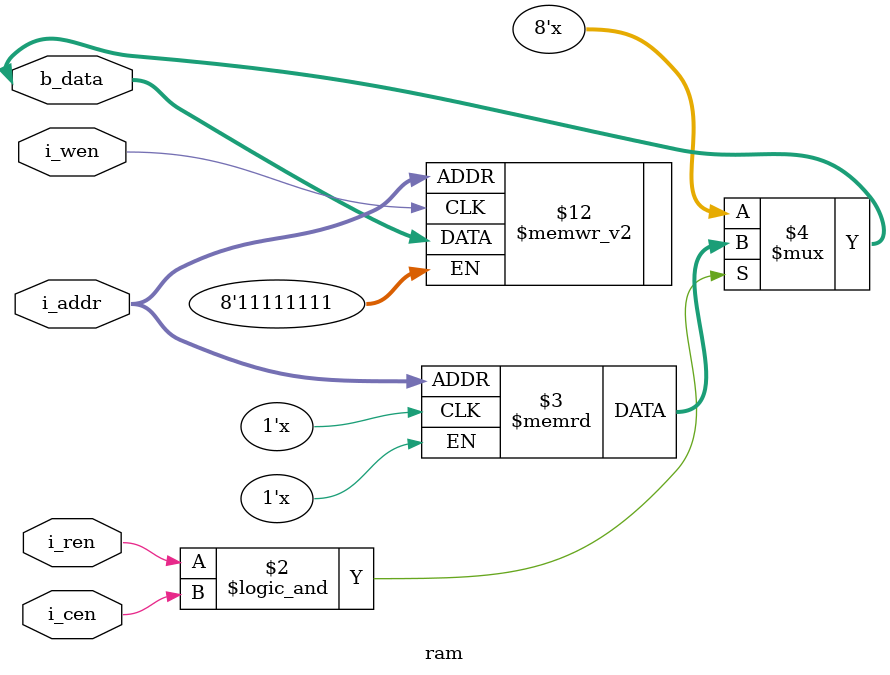
<source format=v>
module ram (
    inout [7:0] b_data, 
    input [7:0] i_addr, 
    input i_cen, 
    input i_ren, 
    input i_wen
);

reg [7:0] r_ram[255:0];

assign b_data = (i_ren&&i_cen)? r_ram[i_addr]:8'hzz;

always @(posedge i_wen) begin	// write data to RAM
	r_ram[i_addr] <= b_data;
end

endmodule

</source>
